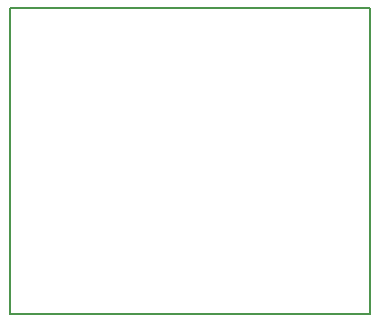
<source format=gbr>
%TF.GenerationSoftware,KiCad,Pcbnew,(6.0.11)*%
%TF.CreationDate,2023-05-06T11:24:47-05:00*%
%TF.ProjectId,SerialResonantFilter,53657269-616c-4526-9573-6f6e616e7446,rev?*%
%TF.SameCoordinates,Original*%
%TF.FileFunction,Profile,NP*%
%FSLAX46Y46*%
G04 Gerber Fmt 4.6, Leading zero omitted, Abs format (unit mm)*
G04 Created by KiCad (PCBNEW (6.0.11)) date 2023-05-06 11:24:47*
%MOMM*%
%LPD*%
G01*
G04 APERTURE LIST*
%TA.AperFunction,Profile*%
%ADD10C,0.150000*%
%TD*%
G04 APERTURE END LIST*
D10*
X149860000Y-114808000D02*
X119380000Y-114808000D01*
X119380000Y-114808000D02*
X119380000Y-88900000D01*
X119380000Y-88900000D02*
X149860000Y-88900000D01*
X149860000Y-88900000D02*
X149860000Y-114808000D01*
M02*

</source>
